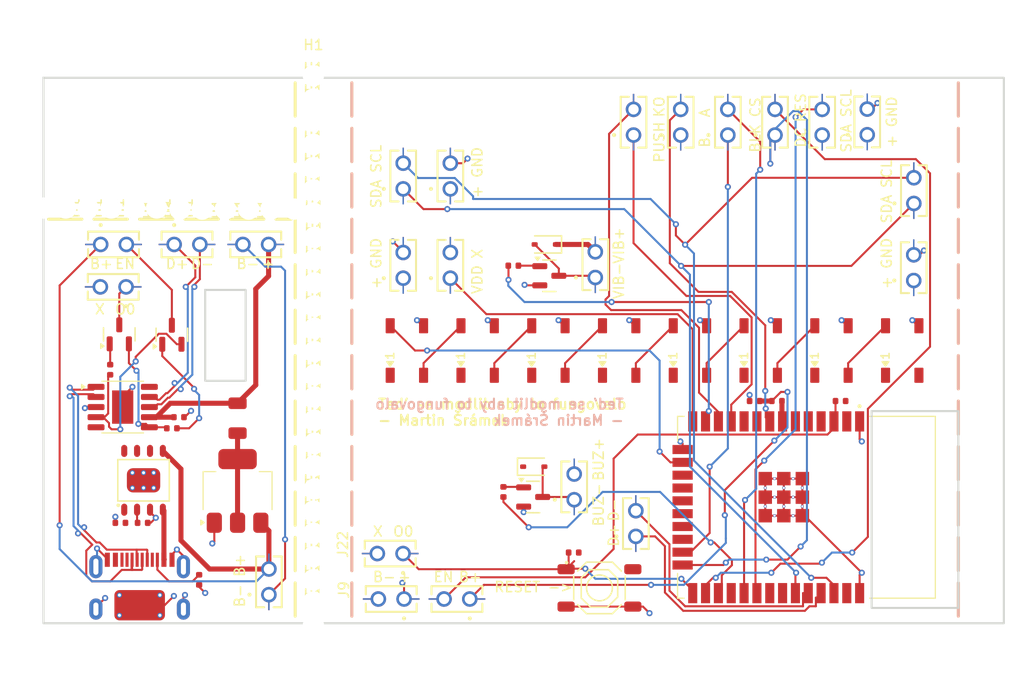
<source format=kicad_pcb>
(kicad_pcb (version 20241229) (generator "pcbnew") (generator_version "9.0")
  (layers (0 "F.Cu" signal) (2 "B.Cu" signal) (13 "F.Paste" user) (15 "B.Paste" user) (5 "F.SilkS" user "F.Silkscreen") (7 "B.SilkS" user "B.Silkscreen") (1 "F.Mask" user) (3 "B.Mask" user) (25 "Edge.Cuts" user))
  (net 0 "")
  (net 1 "+3V3")
  (net 2 "B+")
  (net 3 "Net-(U2-VO)")
  (net 4 "Net-(D1-DOUT)")
  (net 5 "IO13")
  (net 6 "VIB-")
  (net 7 "Net-(D3-DOUT)")
  (net 8 "Net-(D4-DOUT)")
  (net 9 "Net-(D5-DOUT)")
  (net 10 "Net-(D6-DOUT)")
  (net 11 "Net-(D7-DOUT)")
  (net 12 "Net-(D8-DOUT)")
  (net 14 "VBUS")
  (net 15 "Net-(J1-CC2)")
  (net 17 "USB_D+")
  (net 18 "USB_D-")
  (net 19 "Net-(J1-CC1)")
  (net 21 "IO26")
  (net 22 "IO27")
  (net 23 "IO33")
  (net 24 "IO32")
  (net 25 "IO5")
  (net 26 "IO15")
  (net 27 "IO4")
  (net 28 "IO2")
  (net 29 "IO23")
  (net 30 "IO18")
  (net 31 "IO22")
  (net 32 "IO21")
  (net 33 "IO12")
  (net 35 "Net-(Q1-B)")
  (net 36 "IO0")
  (net 37 "Net-(Q2-B)")
  (net 38 "RTS")
  (net 39 "DTR")
  (net 40 "Net-(Q3-B)")
  (net 41 "EN")
  (net 42 "Net-(U1-IO35)")
  (net 43 "Net-(U3-PROG)")
  (net 44 "IO14")
  (net 57 "BUZ-")
  (net 68 "B-")
  (net 69 "GND")
  (net 70 "D+")
  (net 71 "D-")
  (net 80 "Net-(Q4-B)")
  (net 81 "IO16")
  (footprint "MountingHole:MountingHole_2.1mm" (layer "F.Cu") (at 198.8 43.6)
    (property "Reference" "H1")
    (property "Value" "MountingHole")
  )
  (footprint "footprints:SAMTEC_MTLW-101-05-G-D-150" (layer "F.Cu") (at 186.2 33 -90)
    (property "Reference" "J13" (hide yes))
    (property "Value" "MTLW-101-05-G-D-150" (hide yes))
  )
  (footprint "MountingHole:MountingHole_2.1mm" (layer "F.Cu") (at 198.8 41.3)
    (property "Reference" "H1")
    (property "Value" "MountingHole")
  )
  (footprint "footprints:SAMTEC_MTLW-101-05-G-D-150" (layer "F.Cu") (at 258.0875 35.3)
    (property "Reference" "J15" (hide yes))
    (property "Value" "MTLW-101-05-G-D-150" (hide yes))
  )
  (footprint "MountingHole:MountingHole_2.1mm" (layer "F.Cu") (at 198.7 59.4)
    (property "Reference" "H1")
    (property "Value" "MountingHole")
  )
  (footprint "PCM_JLCPCB:D_SOD-323" (layer "F.Cu") (at 221.64 33 180)
    (property "Reference" "D2" (hide yes))
    (property "Value" "1N4148WS")
  )
  (footprint "footprints:SAMTEC_MTLW-101-05-G-D-150" (layer "F.Cu") (at 206.3 63.6 90)
    (property "Reference" "J22")
    (property "Value" "MTLW-101-05-G-D-150")
  )
  (footprint "MountingHole:MountingHole_2.1mm" (layer "F.Cu") (at 198.8 52.7)
    (property "Reference" "H1")
    (property "Value" "MountingHole")
  )
  (footprint "MountingHole:MountingHole_2.1mm" (layer "F.Cu") (at 198.8 50.4)
    (property "Reference" "H1")
    (property "Value" "MountingHole")
  )
  (footprint "martin:MODULE_ESP32-WROOM-32D-N4" (layer "F.Cu") (at 247.475 59.0175 -90)
    (property "Reference" "U1" (hide yes))
    (property "Value" "ESP32-WROOM-32D-N4")
  )
  (footprint "PCM_JLCPCB:ESOP-8_L4.9-W3.9-P1.27-LS6.0-BL-EP" (layer "F.Cu") (at 181.9 56.35)
    (property "Reference" "U3" (hide yes))
    (property "Value" "TP4056")
  )
  (footprint "footprints:SAMTEC_MTLW-101-05-G-D-150" (layer "F.Cu") (at 194.3 66.4)
    (property "Reference" "J21" (hide yes))
    (property "Value" "MTLW-101-05-G-D-150" (hide yes))
  )
  (footprint "PCM_JLCPCB:R_0402" (layer "F.Cu") (at 250.85 48.5 180)
    (property "Reference" "R2" (hide yes))
    (property "Value" "10kΩ" (hide yes))
  )
  (footprint "PCM_JLCPCB:LED_WS2812B_PLCC4_5.0x5.0mm_P3.2mm" (layer "F.Cu") (at 242.95 43.5 90)
    (property "Reference" "D7" (hide yes))
    (property "Value" "WS2812B")
  )
  (footprint "footprints:SAMTEC_MTLW-101-05-G-D-150" (layer "F.Cu") (at 178.93 33 -90)
    (property "Reference" "J8" (hide yes))
    (property "Value" "MTLW-101-05-G-D-150" (hide yes))
  )
  (footprint "PCM_JLCPCB:SW-SMD_4P-L5.1-W5.1-P3.70-LS6.5-TL-2" (layer "F.Cu") (at 227 67)
    (property "Reference" "S1" (hide yes))
    (property "Value" "Tactile Button, 160gf")
  )
  (footprint "Package_SO:SSOP-10-1EP_3.9x4.9mm_P1mm_EP2.1x3.3mm" (layer "F.Cu") (at 179.8375 49.1)
    (property "Reference" "U8" (hide yes))
    (property "Value" "CH340K")
  )
  (footprint "MountingHole:MountingHole_2.1mm" (layer "F.Cu") (at 198.8 54.9)
    (property "Reference" "H1")
    (property "Value" "MountingHole")
  )
  (footprint "MountingHole:MountingHole_2.1mm" (layer "F.Cu") (at 198.8 32.3)
    (property "Reference" "H1")
    (property "Value" "MountingHole")
  )
  (footprint "PCM_JLCPCB:D_SOD-323" (layer "F.Cu") (at 220.5 55)
    (property "Reference" "D10" (hide yes))
    (property "Value" "1N4148WS")
  )
  (footprint "PCM_JLCPCB:R_0402" (layer "F.Cu") (at 244.55 48.5)
    (property "Reference" "R3" (hide yes))
    (property "Value" "100kΩ" (hide yes))
  )
  (footprint "MountingHole:MountingHole_2.1mm" (layer "F.Cu") (at 174.2 29.4 -90)
    (property "Reference" "H1")
    (property "Value" "MountingHole")
  )
  (footprint "footprints:SAMTEC_MTLW-101-05-G-D-150" (layer "F.Cu") (at 244.365 20.9)
    (property "Reference" "J5" (hide yes))
    (property "Value" "MTLW-101-05-G-D-150" (hide yes))
  )
  (footprint "PCM_JLCPCB:R_0402" (layer "F.Cu") (at 179.61 60.56 180)
    (property "Reference" "R4" (hide yes))
    (property "Value" "5.1kΩ" (hide yes))
  )
  (footprint "PCM_JLCPCB:R_0402" (layer "F.Cu") (at 187.4 66.2 -90)
    (property "Reference" "R5" (hide yes))
    (property "Value" "5.1kΩ" (hide yes))
  )
  (footprint "MountingHole:MountingHole_2.1mm" (layer "F.Cu") (at 198.8 34.5)
    (property "Reference" "H1")
    (property "Value" "MountingHole")
  )
  (footprint "PCM_JLCPCB:R_0402" (layer "F.Cu") (at 184.7 51.2)
    (property "Reference" "R13" (hide yes))
    (property "Value" "10kΩ" (hide yes))
  )
  (footprint "footprints:SAMTEC_MTLW-101-05-G-D-150" (layer "F.Cu") (at 212.25 26.23)
    (property "Reference" "J18" (hide yes))
    (property "Value" "MTLW-101-05-G-D-150" (hide yes))
  )
  (footprint "MountingHole:MountingHole_2.1mm" (layer "F.Cu") (at 172 29.4 -90)
    (property "Reference" "H1")
    (property "Value" "MountingHole")
  )
  (footprint "PCM_JLCPCB:Q_SOT-23" (layer "F.Cu") (at 222.04 36.1)
    (property "Reference" "Q1" (hide yes))
    (property "Value" "S8050")
  )
  (footprint "MountingHole:MountingHole_2.1mm" (layer "F.Cu") (at 183.2 29.4 -90)
    (property "Reference" "H1")
    (property "Value" "MountingHole")
  )
  (footprint "MountingHole:MountingHole_2.1mm" (layer "F.Cu") (at 198.7 29.9)
    (property "Reference" "H1")
    (property "Value" "MountingHole")
  )
  (footprint "MountingHole:MountingHole_2.1mm" (layer "F.Cu") (at 196.8 29.5 90)
    (property "Reference" "H1")
    (property "Value" "MountingHole")
  )
  (footprint "MountingHole:MountingHole_2.1mm" (layer "F.Cu") (at 194.5 29.5 90)
    (property "Reference" "H1")
    (property "Value" "MountingHole")
  )
  (footprint "PCM_JLCPCB:LED_WS2812B_PLCC4_5.0x5.0mm_P3.2mm" (layer "F.Cu") (at 228.95 43.5 90)
    (property "Reference" "D5" (hide yes))
    (property "Value" "WS2812B")
  )
  (footprint "PCM_JLCPCB:C_0402" (layer "F.Cu") (at 185.4 50.1 180)
    (property "Reference" "C2" (hide yes))
    (property "Value" "100nF")
  )
  (footprint "footprints:SAMTEC_MTLW-101-05-G-D-150" (layer "F.Cu") (at 224.5 57)
    (property "Reference" "J24" (hide yes))
    (property "Value" "MTLW-101-05-G-D-150")
  )
  (footprint "footprints:SAMTEC_MTLW-101-05-G-D-150" (layer "F.Cu") (at 178.9 37.2 90)
    (property "Reference" "J23" (hide yes))
    (property "Value" "MTLW-101-05-G-D-150" (hide yes))
  )
  (footprint "MountingHole:MountingHole_2.1mm" (layer "F.Cu") (at 198.7 20.8)
    (property "Reference" "H1")
    (property "Value" "MountingHole")
  )
  (footprint "MountingHole:MountingHole_2.1mm" (layer "F.Cu") (at 187.7 29.5 90)
    (property "Reference" "H1")
    (property "Value" "MountingHole")
  )
  (footprint "footprints:SAMTEC_MTLW-101-05-G-D-150" (layer "F.Cu") (at 226.59 35)
    (property "Reference" "J14" (hide yes))
    (property "Value" "MTLW-101-05-G-D-150" (hide yes))
  )
  (footprint "footprints:SAMTEC_MTLW-101-05-G-D-150" (layer "F.Cu") (at 207.585 26.23)
    (property "Reference" "J17" (hide yes))
    (property "Value" "MTLW-101-05-G-D-150" (hide yes))
  )
  (footprint "MountingHole:MountingHole_2.1mm" (layer "F.Cu") (at 198.7 27.6)
    (property "Reference" "H1")
    (property "Value" "MountingHole")
  )
  (footprint "MountingHole:MountingHole_2.1mm" (layer "F.Cu") (at 198.7 63.9)
    (property "Reference" "H1")
    (property "Value" "MountingHole")
  )
  (footprint "footprints:SAMTEC_MTLW-101-05-G-D-150" (layer "F.Cu") (at 249.03 20.9)
    (property "Reference" "J6" (hide yes))
    (property "Value" "MTLW-101-05-G-D-150" (hide yes))
  )
  (footprint "footprints:SAMTEC_MTLW-101-05-G-D-150" (layer "F.Cu") (at 239.7 20.9)
    (property "Reference" "J4" (hide yes))
    (property "Value" "MTLW-101-05-G-D-150" (hide yes))
  )
  (footprint "PCM_JLCPCB:TYPE-C-SMD_HX-TYPE-C-16PIN" (layer "F.Cu") (at 181.516 66.716)
    (property "Reference" "J1" (hide yes))
    (property "Value" "Connector, USB-TYPE-C-16P")
  )
  (footprint "PCM_JLCPCB:LED_WS2812B_PLCC4_5.0x5.0mm_P3.2mm" (layer "F.Cu") (at 235.95 43.5 90)
    (property "Reference" "D6" (hide yes))
    (property "Value" "WS2812B")
  )
  (footprint "" (layer "F.Cu") (at 190 29.5 90)
    (property "Reference" "")
    (property "Value" "")
  )
  (footprint "PCM_JLCPCB:Q_SOT-23" (layer "F.Cu") (at 220.44 58)
    (property "Reference" "Q4" (hide yes))
    (property "Value" "S8050")
  )
  (footprint "MountingHole:MountingHole_2.1mm" (layer "F.Cu") (at 198.7 61.6)
    (property "Reference" "H1")
    (property "Value" "MountingHole")
  )
  (footprint "Package_TO_SOT_SMD:SOT-223-3_TabPin2" (layer "F.Cu") (at 191.2 57.4 90)
    (property "Reference" "U2" (hide yes))
    (property "Value" "AMS1117-3.3")
  )
  (footprint "PCM_JLCPCB:Q_SOT-23" (layer "F.Cu") (at 184.7 41.94 90)
    (property "Reference" "Q3" (hide yes))
    (property "Value" "S8050")
  )
  (footprint "PCM_JLCPCB:LED_WS2812B_PLCC4_5.0x5.0mm_P3.2mm" (layer "F.Cu") (at 249.95 43.5 90)
    (property "Reference" "D8" (hide yes))
    (property "Value" "WS2812B")
  )
  (footprint "MountingHole:MountingHole_2.1mm" (layer "F.Cu") (at 192.3 29.5 90)
    (property "Reference" "H1")
    (property "Value" "MountingHole")
  )
  (footprint "footprints:SAMTEC_MTLW-101-05-G-D-150" (layer "F.Cu") (at 258.1 27.67)
    (property "Reference" "J16" (hide yes))
    (property "Value" "MTLW-101-05-G-D-150" (hide yes))
  )
  (footprint "MountingHole:MountingHole_2.1mm" (layer "F.Cu") (at 176.4 29.4 -90)
    (property "Reference" "H1")
    (property "Value" "MountingHole")
  )
  (footprint "MountingHole:MountingHole_2.1mm" (layer "F.Cu") (at 185.5 29.5 90)
    (property "Reference" "H1")
    (property "Value" "MountingHole")
  )
  (footprint "footprints:SAMTEC_MTLW-101-05-G-D-150" (layer "F.Cu") (at 207.585 35.07)
    (property "Reference" "J19" (hide yes))
    (property "Value" "MTLW-101-05-G-D-150" (hide yes))
  )
  (footprint "MountingHole:MountingHole_2.1mm" (layer "F.Cu") (at 198.8 45.9)
    (property "Reference" "H1")
    (property "Value" "MountingHole")
  )
  (footprint "PCM_JLCPCB:Q_SOT-23" (layer "F.Cu") (at 179.5 41.9 90)
    (property "Reference" "Q2" (hide yes))
    (property "Value" "S8050")
  )
  (footprint "MountingHole:MountingHole_2.1mm" (layer "F.Cu") (at 198.7 70.7)
    (property "Reference" "H1")
    (property "Value" "MountingHole")
  )
  (footprint "PCM_JLCPCB:R_0402" (layer "F.Cu") (at 224.45 63.5)
    (property "Reference" "R1" (hide yes))
    (property "Value" "10kΩ" (hide yes))
  )
  (footprint "footprints:SAMTEC_MTLW-101-05-G-D-150" (layer "F.Cu") (at 193 33 90)
    (property "Reference" "J10" (hide yes))
    (property "Value" "MTLW-101-05-G-D-150")
  )
  (footprint "MountingHole:MountingHole_2.1mm" (layer "F.Cu") (at 198.7 68.4)
    (property "Reference" "H1")
    (property "Value" "MountingHole")
  )
  (footprint "MountingHole:MountingHole_2.1mm" (layer "F.Cu") (at 198.7 25.4)
    (property "Reference" "H1")
    (property "Value" "MountingHole")
  )
  (footprint "PCM_JLCPCB:LED_WS2812B_PLCC4_5.0x5.0mm_P3.2mm" (layer "F.Cu") (at 221.95 43.5 90)
    (property "Reference" "D4" (hide yes))
    (property "Value" "WS2812B")
  )
  (footprint "footprints:SAMTEC_MTLW-101-05-G-D-150" (layer "F.Cu") (at 206.4 68.1 90)
    (property "Reference" "J9")
    (property "Value" "MTLW-101-05-G-D-150" (hide yes))
  )
  (footprint "PCM_JLCPCB:C_1206" (layer "F.Cu") (at 191.2 50.2 90)
    (property "Reference" "C4" (hide yes))
    (property "Value" "10uF")
  )
  (footprint "PCM_JLCPCB:R_0402" (layer "F.Cu") (at 178.6 45.4 90)
    (property "Reference" "R12" (hide yes))
    (property "Value" "10kΩ" (hide yes))
  )
  (footprint "MountingHole:MountingHole_2.1mm" (layer "F.Cu") (at 198.8 48.1)
    (property "Reference" "H1")
    (property "Value" "MountingHole")
  )
  (footprint "PCM_JLCPCB:R_0402" (layer "F.Cu") (at 181.81 60.56)
    (property "Reference" "R6" (hide yes))
    (property "Value" "1.2kΩ" (hide yes))
  )
  (footprint "MountingHole:MountingHole_2.1mm" (layer "F.Cu") (at 198.7 66.2)
    (property "Reference" "H1")
    (property "Value" "MountingHole")
  )
  (footprint "footprints:SAMTEC_MTLW-101-05-G-D-150" (layer "F.Cu") (at 212.25 35.07)
    (property "Reference" "J20" (hide yes))
    (property "Value" "MTLW-101-05-G-D-150" (hide yes))
  )
  (footprint "" (layer "F.Cu") (at 198.7 23.1)
    (property "Reference" "")
    (property "Value" "")
  )
  (footprint "footprints:SAMTEC_MTLW-101-05-G-D-150" (layer "F.Cu") (at 235.035 20.9)
    (property "Reference" "J3" (hide yes))
    (property "Value" "MTLW-101-05-G-D-150" (hide yes))
  )
  (footprint "PCM_JLCPCB:R_0402" (layer "F.Cu") (at 217.5 57.5 90)
    (property "Reference" "R8" (hide yes))
    (property "Value" "1.2kΩ" (hide yes))
  )
  (footprint "footprints:SAMTEC_MTLW-101-05-G-D-150" (layer "F.Cu") (at 212.9 68.1 90)
    (property "Reference" "J11" (hide yes))
    (property "Value" "MTLW-101-05-G-D-150" (hide yes))
  )
  (footprint "PCM_JLCPCB:LED_WS2812B_PLCC4_5.0x5.0mm_P3.2mm" (layer "F.Cu") (at 214.95 43.5 90)
    (property "Reference" "D3" (hide yes))
    (property "Value" "WS2812B")
  )
  (footprint "" (layer "F.Cu") (at 178.7 29.4 -90)
    (property "Reference" "")
    (property "Value" "")
  )
  (footprint "MountingHole:MountingHole_2.1mm" (layer "F.Cu") (at 198.8 57.2)
    (property "Reference" "H1")
    (property "Value" "MountingHole")
  )
  (footprint "" (layer "F.Cu") (at 198.7 66.2)
    (property "Reference" "")
    (property "Value" "")
  )
  (footprint "footprints:SAMTEC_MTLW-101-05-G-D-150" (layer "F.Cu") (at 230.6 60.63)
    (property "Reference" "J12" (hide yes))
    (property "Value" "MTLW-101-05-G-D-150" (hide yes))
  )
  (footprint "PCM_JLCPCB:R_0402" (layer "F.Cu") (at 218.48 35.1)
    (property "Reference" "R7" (hide yes))
    (property "Value" "1.2kΩ" (hide yes))
  )
  (footprint "" (layer "F.Cu") (at 198.8 52.7)
    (property "Reference" "")
    (property "Value" "")
  )
  (footprint "MountingHole:MountingHole_2.1mm" (layer "F.Cu") (at 198.8 36.8)
    (property "Reference" "H1")
    (property "Value" "MountingHole")
  )
  (footprint "MountingHole:MountingHole_2.1mm" (layer "F.Cu") (at 198.7 18.6)
    (property "Reference" "H1")
    (property "Value" "MountingHole")
  )
  (footprint "PCM_JLCPCB:LED_WS2812B_PLCC4_5.0x5.0mm_P3.2mm" (layer "F.Cu") (at 256.95 43.5 90)
    (property "Reference" "D9" (hide yes))
    (property "Value" "WS2812B")
  )
  (footprint "footprints:SAMTEC_MTLW-101-05-G-D-150" (layer "F.Cu") (at 230.37 20.9)
    (property "Reference" "J2" (hide yes))
    (property "Value" "MTLW-101-05-G-D-150" (hide yes))
  )
  (footprint "MountingHole:MountingHole_2.1mm" (layer "F.Cu") (at 198.8 39.1)
    (property "Reference" "H1")
    (property "Value" "MountingHole")
  )
  (footprint "footprints:SAMTEC_MTLW-101-05-G-D-150" (layer "F.Cu") (at 253.4875 20.87)
    (property "Reference" "J7" (hide yes))
    (property "Value" "MTLW-101-05-G-D-150" (hide yes))
  )
  (footprint "MountingHole:MountingHole_2.1mm" (layer "F.Cu") (at 181 29.4 -90)
    (property "Reference" "H1")
    (property "Value" "MountingHole")
  )
  (footprint "PCM_JLCPCB:LED_WS2812B_PLCC4_5.0x5.0mm_P3.2mm" (layer "F.Cu") (at 207.95 43.5 90)
    (property "Reference" "D1" (hide yes))
    (property "Value" "WS2812B")
  )
  (footprint "" (layer "F.Cu") (at 198.8 39.1)
    (property "Reference" "")
    (property "Value" "")
  )
  (footprint "PCM_JLCPCB:C_0402" (layer "F.Cu") (at 242.35 48.5)
    (property "Reference" "C1" (hide yes))
    (property "Value" "100nF")
  )
  (footprint "MountingHole:MountingHole_2.1mm" (layer "F.Cu") (at 198.7 16.3)
    (property "Reference" "H1")
    (property "Value" "MountingHole")
  )
  (gr_line (start 202.5 17) (end 202.5 70.5) (stroke (width 0.3) (type dash)) (layer "F.SilkS"))
  (gr_line (start 262.5 17) (end 262.5 70) (stroke (width 0.3) (type dash)) (layer "F.SilkS"))
  (gr_line (start 196.9 17) (end 196.9 70) (stroke (width 0.3) (type dash)) (layer "F.SilkS"))
  (gr_line (start 172.5 30.5) (end 196.5 30.5) (stroke (width 0.3) (type dash)) (layer "F.SilkS"))
  (gr_line (start 202.5 17) (end 202.5 70.5) (stroke (width 0.3) (type dash)) (layer "B.SilkS"))
  (gr_line (start 262.5 17) (end 262.5 70) (stroke (width 0.3) (type dash)) (layer "B.SilkS"))
  (gr_rect (start 188 37.5) (end 192 46.5) (stroke (width 0.2)) (fill no) (layer "Edge.Cuts"))
  (gr_rect (start 172 16.5) (end 267 70.5) (stroke (width 0.2)) (fill no) (layer "Edge.Cuts"))
  (gr_rect (start 253.925 49.5) (end 262.5 68.9825) (stroke (width 0.2)) (fill no) (layer "Edge.Cuts"))
  (gr_text "B+" (at 192 66 90) (layer "F.SilkS") (effects (font (size 1 1)) (justify left bottom)))
  (gr_text "RES" (at 247.5 21 90) (layer "F.SilkS") (effects (font (size 1 1)) (justify left bottom)))
  (gr_text "+" (at 205.5 37.5 90) (layer "F.SilkS") (effects (font (size 1 1)) (justify left bottom)))
  (gr_text "B-" (at 192 69 90) (layer "F.SilkS") (effects (font (size 1 1)) (justify left bottom)))
  (gr_text "GND" (at 256 35.5 90) (layer "F.SilkS") (effects (font (size 1 1)) (justify left bottom)))
  (gr_text "GND" (at 215.5 26.5 90) (layer "F.SilkS") (effects (font (size 1 1)) (justify left bottom)))
  (gr_text "+" (at 193.5 35.5 0) (layer "F.SilkS") (effects (font (size 1 1)) (justify left bottom)))
  (gr_text "VIB-" (at 229.5 38.5 90) (layer "F.SilkS") (effects (font (size 1 1)) (justify left bottom)))
  (gr_text "SCL" (at 252 20.5 90) (layer "F.SilkS") (effects (font (size 1 1)) (justify left bottom)))
  (gr_text "SDA" (at 205.5 29.5 90) (layer "F.SilkS") (effects (font (size 1 1)) (justify left bottom)))
  (gr_text "B-" (at 191 35.5 0) (layer "F.SilkS") (effects (font (size 1 1)) (justify left bottom)))
  (gr_text "D-" (at 229 60.5 90) (layer "F.SilkS") (effects (font (size 1 1)) (justify left bottom)))
  (gr_text "SDA" (at 256 31 90) (layer "F.SilkS") (effects (font (size 1 1)) (justify left bottom)))
  (gr_text "+" (at 207 66.5 0) (layer "F.SilkS") (effects (font (size 1 1)) (justify left bottom)))
  (gr_text "X" (at 215.5 34.5 90) (layer "F.SilkS") (effects (font (size 1 1)) (justify left bottom)))
  (gr_text "VDD\n" (at 215.5 38 90) (layer "F.SilkS") (effects (font (size 1 1)) (justify left bottom)))
  (gr_text "BLK" (at 243 24 90) (layer "F.SilkS") (effects (font (size 1 1)) (justify left bottom)))
  (gr_text "RESET ->" (at 216.5 67.5 0) (layer "F.SilkS") (effects (font (size 1 1)) (justify left bottom)))
  (gr_text "B" (at 238 23.5 90) (layer "F.SilkS") (effects (font (size 1 1)) (justify left bottom)))
  (gr_text "DC" (at 247.5 23.5 90) (layer "F.SilkS") (effects (font (size 1 1)) (justify left bottom)))
  (gr_text "Teď se modlit aby to fungovalo\n- Martin Šrámek" (at 205 51 0) (layer "F.SilkS") (effects (font (size 1 1) (thickness 0.2) (bold yes)) (justify left bottom)))
  (gr_text "EN" (at 210.5 66.5 0) (layer "F.SilkS") (effects (font (size 1 1)) (justify left bottom)))
  (gr_text "SCL" (at 205.5 26 90) (layer "F.SilkS") (effects (font (size 1 1)) (justify left bottom)))
  (gr_text "+" (at 256.5 23.5 90) (layer "F.SilkS") (effects (font (size 1 1)) (justify left bottom)))
  (gr_text "B+" (at 176.5 35.5 0) (layer "F.SilkS") (effects (font (size 1 1)) (justify left bottom)))
  (gr_text "D-" (at 186.5 35.5 0) (layer "F.SilkS") (effects (font (size 1 1)) (justify left bottom)))
  (gr_text "A" (at 238 20.5 90) (layer "F.SilkS") (effects (font (size 1 1)) (justify left bottom)))
  (gr_text "KO" (at 233.5 20.5 90) (layer "F.SilkS") (effects (font (size 1 1)) (justify left bottom)))
  (gr_text "X" (at 177 40 0) (layer "F.SilkS") (effects (font (size 1 1)) (justify left bottom)))
  (gr_text "B+" (at 213 66.5 0) (layer "F.SilkS") (effects (font (size 1 1)) (justify left bottom)))
  (gr_text "GND" (at 205.5 35.5 90) (layer "F.SilkS") (effects (font (size 1 1)) (justify left bottom)))
  (gr_text "+" (at 256 37.5 90) (layer "F.SilkS") (effects (font (size 1 1)) (justify left bottom)))
  (gr_text "SCL" (at 256 27.5 90) (layer "F.SilkS") (effects (font (size 1 1)) (justify left bottom)))
  (gr_text "SDA" (at 252 24 90) (layer "F.SilkS") (effects (font (size 1 1)) (justify left bottom)))
  (gr_text "EN" (at 179 35.5 0) (layer "F.SilkS") (effects (font (size 1 1)) (justify left bottom)))
  (gr_text "PUSH" (at 233.5 25 90) (layer "F.SilkS") (effects (font (size 1 1)) (justify left bottom)))
  (gr_text "GND" (at 256.5 21.5 90) (layer "F.SilkS") (effects (font (size 1 1)) (justify left bottom)))
  (gr_text "O0" (at 179 40 0) (layer "F.SilkS") (effects (font (size 1 1)) (justify left bottom)))
  (gr_text "B-" (at 204.5 66.5 0) (layer "F.SilkS") (effects (font (size 1 1)) (justify left bottom)))
  (gr_text "X" (at 204.5 62 0) (layer "F.SilkS") (effects (font (size 1 1)) (justify left bottom)))
  (gr_text "D+" (at 229 63 90) (layer "F.SilkS") (effects (font (size 1 1)) (justify left bottom)))
  (gr_text "O0" (at 206.5 62 0) (layer "F.SilkS") (effects (font (size 1 1)) (justify left bottom)))
  (gr_text "BUZ+" (at 227.5 56.5 90) (layer "F.SilkS") (effects (font (size 1 1)) (justify left bottom)))
  (gr_text "BUZ-" (at 227.5 61 90) (layer "F.SilkS") (effects (font (size 1 1)) (justify left bottom)))
  (gr_text "VIB+" (at 229.5 35 90) (layer "F.SilkS") (effects (font (size 1 1)) (justify left bottom)))
  (gr_text "D+" (at 184 35.5 0) (layer "F.SilkS") (effects (font (size 1 1)) (justify left bottom)))
  (gr_text "CS" (at 243 20.5 90) (layer "F.SilkS") (effects (font (size 1 1)) (justify left bottom)))
  (gr_text "+" (at 215.5 28.5 90) (layer "F.SilkS") (effects (font (size 1 1)) (justify left bottom)))
  (gr_text "Teď se modlit aby to fungovalo\n- Martin Šrámek" (at 229.5 51 0) (layer "B.SilkS") (effects (font (size 1 1) (thickness 0.2) (bold yes)) (justify left bottom mirror)))
  (segment (start 207.67 68.1) (end 207.67 66.67) (width 0.2) (layer "F.Cu") (net 1))
  (segment (start 193 37.4) (end 193 46.92) (width 0.5) (layer "F.Cu") (net 1))
  (segment (start 194.27 33) (end 194.27 36.13) (width 0.5) (layer "F.Cu") (net 1))
  (segment (start 184.5466 48.72) (end 191.2 48.72) (width 0.5) (layer "F.Cu") (net 1))
  (segment (start 184.9 50.1) (end 182.475 50.1) (width 0.5) (layer "F.Cu") (net 1))
  (segment (start 183.1666 50.1) (end 184.5466 48.72) (width 0.5) (layer "F.Cu") (net 1))
  (segment (start 225.86 33) (end 226.59 33.73) (width 0.5) (layer "F.Cu") (net 1))
  (segment (start 194.27 36.13) (end 193 37.4) (width 0.5) (layer "F.Cu") (net 1))
  (segment (start 207.67 66.67) (end 207.5 66.5) (width 0.2) (layer "F.Cu") (net 1))
  (segment (start 222.69 33) (end 225.86 33) (width 0.5) (layer "F.Cu") (net 1))
  (segment (start 182.475 50.1) (end 183.1666 50.1) (width 0.5) (layer "F.Cu") (net 1))
  (segment (start 193 46.92) (end 191.2 48.72) (width 0.5) (layer "F.Cu") (net 1))
  (via (at 207.5 66.5) (size 0.6) (drill 0.3) (layers "F.Cu" "B.Cu") (net 1))
  (segment (start 244.05 48.5) (end 242.85 48.5) (width 0.5) (layer "F.Cu") (net 2))
  (segment (start 239.4 59.8) (end 239.4 57.3185) (width 0.2) (layer "F.Cu") (net 2))
  (segment (start 215.57 66.7) (end 232.1 66.7) (width 0.2) (layer "F.Cu") (net 2))
  (segment (start 194.3 65.13) (end 194.3 61.35) (width 0.5) (layer "F.Cu") (net 2))
  (segment (start 185.6 62.3) (end 185.6 55.23) (width 0.5) (layer "F.Cu") (net 2))
  (segment (start 194.3 65.13) (end 188.43 65.13) (width 0.5) (layer "F.Cu") (net 2))
  (segment (start 177.66 33) (end 173.6 37.06) (width 0.2) (layer "F.Cu") (net 2))
  (segment (start 239.4 57.3185) (end 244.3 52.4185) (width 0.2) (layer "F.Cu") (net 2))
  (segment (start 173.6 37.06) (end 173.6 60.8) (width 0.2) (layer "F.Cu") (net 2))
  (segment (start 188.43 65.13) (end 185.6 62.3) (width 0.5) (layer "F.Cu") (net 2))
  (segment (start 185.6 55.23) (end 183.81 53.44) (width 0.5) (layer "F.Cu") (net 2))
  (segment (start 244.95 47.6) (end 244.05 48.5) (width 0.2) (layer "F.Cu") (net 2))
  (segment (start 245.6 47.6) (end 244.95 47.6) (width 0.2) (layer "F.Cu") (net 2))
  (segment (start 194.3 61.35) (end 193.5 60.55) (width 0.5) (layer "F.Cu") (net 2))
  (segment (start 214.17 68.1) (end 215.57 66.7) (width 0.2) (layer "F.Cu") (net 2))
  (via (at 173.6 60.8) (size 0.6) (drill 0.3) (layers "F.Cu" "B.Cu") (net 2))
  (via (at 245.6 47.6) (size 0.6) (drill 0.3) (layers "F.Cu" "B.Cu") (net 2))
  (via (at 232.1 66.7) (size 0.6) (drill 0.3) (layers "F.Cu" "B.Cu") (net 2))
  (via (at 239.4 59.8) (size 0.6) (drill 0.3) (layers "F.Cu" "B.Cu") (net 2))
  (via (at 244.3 52.4185) (size 0.6) (drill 0.3) (layers "F.Cu" "B.Cu") (net 2))
  (segment (start 235.349943 66.7) (end 239.5 62.549943) (width 0.2) (layer "B.Cu") (net 2))
  (segment (start 244.3 52.4185) (end 245.6 51.1185) (width 0.2) (layer "B.Cu") (net 2))
  (segment (start 173.6 63.154917) (end 176.791083 66.346) (width 0.2) (layer "B.Cu") (net 2))
  (segment (start 239.5 62.1) (end 239.5 59.9) (width 0.2) (layer "B.Cu") (net 2))
  (segment (start 239.5 62.549943) (end 239.5 62.1) (width 0.2) (layer "B.Cu") (net 2))
  (segment (start 176.791083 66.346) (end 193.084 66.346) (width 0.2) (layer "B.Cu") (net 2))
  (segment (start 245.6 51.1185) (end 245.6 47.6) (width 0.2) (layer "B.Cu") (net 2))
  (segment (start 232.1 66.7) (end 235.349943 66.7) (width 0.2) (layer "B.Cu") (net 2))
  (segment (start 173.6 60.8) (end 173.6 63.154917) (width 0.2) (layer "B.Cu") (net 2))
  (segment (start 239.5 59.9) (end 239.4 59.8) (width 0.2) (layer "B.Cu") (net 2))
  (segment (start 193.084 66.346) (end 194.3 65.13) (width 0.2) (layer "B.Cu") (net 2))
  (segment (start 191.2 60.55) (end 191.2 54.25) (width 0.5) (layer "F.Cu") (net 3))
  (segment (start 191.2 51.68) (end 191.2 54.25) (width 0.5) (layer "F.Cu") (net 3))
  (segment (start 209.6 45.95) (end 209.6 44.75) (width 0.2) (layer "F.Cu") (net 4))
  (segment (start 209.6 44.75) (end 213.3 41.05) (width 0.2) (layer "F.Cu") (net 4))
  (segment (start 206.3 41.05) (end 208.75 43.5) (width 0.2) (layer "F.Cu") (net 5))
  (segment (start 234.0225 54.5725) (end 235.225 54.5725) (width 0.2) (layer "F.Cu") (net 5))
  (segment (start 232.95 53.5) (end 234.0225 54.5725) (width 0.2) (layer "F.Cu") (net 5))
  (segment (start 208.75 43.5) (end 209.95 43.5) (width 0.2) (layer "F.Cu") (net 5))
  (via (at 232.95 53.5) (size 0.6) (drill 0.3) (layers "F.Cu" "B.Cu") (net 5))
  (via (at 209.95 43.5) (size 0.6) (drill 0.3) (layers "F.Cu" "B.Cu") (net 5))
  (segment (start 209.95 43.5) (end 231.95 43.5) (width 0.2) (layer "B.Cu") (net 5))
  (segment (start 232.95 44.5) (end 232.95 53.5) (width 0.2) (layer "B.Cu") (net 5))
  (segment (start 231.95 43.5) (end 232.95 44.5) (width 0.2) (layer "B.Cu") (net 5))
  (segment (start 220.59 33) (end 222.98 35.39) (width 0.2) (layer "F.Cu") (net 6))
  (segment (start 222.98 35.39) (end 222.98 36.1) (width 0.2) (layer "F.Cu") (net 6))
  (segment (start 222.98 36.1) (end 226.42 36.1) (width 0.2) (layer "F.Cu") (net 6))
  (segment (start 226.42 36.1) (end 226.59 36.27) (width 0.2) (layer "F.Cu") (net 6))
  (segment (start 216.6 44.75) (end 220.3 41.05) (width 0.2) (layer "F.Cu") (net 7))
  (segment (start 216.6 45.95) (end 216.6 44.75) (width 0.2) (layer "F.Cu") (net 7))
  (segment (start 223.6 44.75) (end 227.3 41.05) (width 0.2) (layer "F.Cu") (net 8))
  (segment (start 223.6 45.95) (end 223.6 44.75) (width 0.2) (layer "F.Cu") (net 8))
  (segment (start 230.6 44.75) (end 234.3 41.05) (width 0.2) (layer "F.Cu") (net 9))
  (segment (start 230.6 45.95) (end 230.6 44.75) (width 0.2) (layer "F.Cu") (net 9))
  (segment (start 237.6 44.75) (end 241.3 41.05) (width 0.2) (layer "F.Cu") (net 10))
  (segment (start 237.6 45.95) (end 237.6 44.75) (width 0.2) (layer "F.Cu") (net 10))
  (segment (start 244.6 44.75) (end 248.3 41.05) (width 0.2) (layer "F.Cu") (net 11))
  (segment (start 244.6 45.95) (end 244.6 44.75) (width 0.2) (layer "F.Cu") (net 11))
  (segment (start 251.6 44.75) (end 255.3 41.05) (width 0.2) (layer "F.Cu") (net 12))
  (segment (start 251.6 45.95) (end 251.6 44.75) (width 0.2) (layer "F.Cu") (net 12))
  (segment (start 183.81 59.26) (end 183.916 59.366) (width 0.5) (layer "F.Cu") (net 14))
  (segment (start 183.916 59.366) (end 183.916 64.216) (width 0.5) (layer "F.Cu") (net 14))
  (segment (start 183.916 64.216) (end 183.951 64.181) (width 0.5) (layer "F.Cu") (net 14))
  (segment (start 186.753 66.347) (end 187.4 65.7) (width 0.2) (layer "F.Cu") (net 15))
  (segment (start 183.266 64.216) (end 183.266 65.196653) (width 0.2) (layer "F.Cu") (net 15))
  (segment (start 184.416347 66.347) (end 186.753 66.347) (width 0.2) (layer "F.Cu") (net 15))
  (segment (start 183.266 65.196653) (end 184.416347 66.347) (width 0.2) (layer "F.Cu") (net 15))
  (segment (start 182.266 64.216) (end 182.266 63.264) (width 0.2) (layer "F.Cu") (net 17))
  (segment (start 176.021926 61.284821) (end 176.021926 61.001978) (width 0.2) (layer "F.Cu") (net 17))
  (segment (start 176.925001 47.374999) (end 174.799999 47.374999) (width 0.2) (layer "F.Cu") (net 17))
  (segment (start 174.799999 47.374999) (end 174.6 47.175) (width 0.2) (layer "F.Cu") (net 17))
  (segment (start 178.264943 63.215) (end 177.548943 62.499) (width 0.2) (layer "F.Cu") (net 17))
  (segment (start 181.217 63.215) (end 178.264943 63.215) (width 0.2) (layer "F.Cu") (net 17))
  (segment (start 181.217 64.167) (end 181.217 63.215) (width 0.2) (layer "F.Cu") (net 17))
  (segment (start 177.548943 62.499) (end 177.236105 62.499) (width 0.2) (layer "F.Cu") (net 17))
  (segment (start 177.236105 62.499) (end 176.021926 61.284821) (width 0.2) (layer "F.Cu") (net 17))
  (segment (start 182.266 63.264) (end 182.217 63.215) (width 0.2) (layer "F.Cu") (net 17))
  (segment (start 182.217 63.215) (end 181.217 63.215) (width 0.2) (layer "F.Cu") (net 17))
  (segment (start 181.266 64.216) (end 181.217 64.167) (width 0.2) (layer "F.Cu") (net 17))
  (segment (start 177.2 47.1) (end 176.925001 47.374999) (width 0.2) (layer "F.Cu") (net 17))
  (via (at 176.021926 61.001978) (size 0.6) (drill 0.3) (layers "F.Cu" "B.Cu") (net 17))
  (via (at 174.6 47.175) (size 0.6) (drill 0.3) (layers "F.Cu" "B.Cu") (net 17))
  (segment (start 175.425 48) (end 175.425 60.687895) (width 0.2) (layer "B.Cu") (net 17))
  (segment (start 174.6 47.175) (end 175.425 48) (width 0.2) (layer "B.Cu") (net 17))
  (segment (start 175.425 60.687895) (end 175.739083 61.001978) (width 0.2) (layer "B.Cu") (net 17))
  (segment (start 175.739083 61.001978) (end 176.021926 61.001978) (width 0.2) (layer "B.Cu") (net 17))
  (segment (start 180.717 65.217) (end 179.745653 65.217) (width 0.2) (layer "F.Cu") (net 18))
  (segment (start 181.766 65.168) (end 181.717 65.217) (width 0.2) (layer "F.Cu") (net 18))
  (segment (start 176.825382 62.724675) (end 175.703727 61.60302) (width 0.2) (layer "F.Cu") (net 18))
  (segment (start 176.235 63.315057) (end 176.825382 62.724675) (width 0.2) (layer "F.Cu") (net 18))
  (segment (start 181.717 65.217) (end 180.815 65.217) (width 0.2) (layer "F.Cu") (net 18))
  (segment (start 180.766 65.168) (end 180.766 64.216) (width 0.2) (layer "F.Cu") (net 18))
  (segment (start 179.745653 65.217) (end 178.615653 66.347) (width 0.2) (layer "F.Cu") (net 18))
  (segment (start 175.703727 61.60302) (end 175.420884 61.60302) (width 0.2) (layer "F.Cu") (net 18))
  (segment (start 174.799999 47.825001) (end 174.6 48.025) (width 0.2) (layer "F.Cu") (net 18))
  (segment (start 176.925001 47.825001) (end 174.799999 47.825001) (width 0.2) (layer "F.Cu") (net 18))
  (segment (start 176.235 65.789917) (end 176.235 63.315057) (width 0.2) (layer "F.Cu") (net 18))
  (segment (start 180.717 64.216) (end 180.717 65.217) (width 0.2) (layer "F.Cu") (net 18))
  (segment (start 181.766 64.216) (end 181.766 65.168) (width 0.2) (layer "F.Cu") (net 18))
  (segment (start 178.615653 66.347) (end 176.792083 66.347) (width 0.2) (layer "F.Cu") (net 18))
  (segment (start 180.766 64.216) (end 180.717 64.216) (width 0.2) (layer "F.Cu") (net 18))
  (segment (start 176.792083 66.347) (end 176.235 65.789917) (width 0.2) (layer "F.Cu") (net 18))
  (segment (start 177.2 48.1) (end 176.925001 47.825001) (width 0.2) (layer "F.Cu") (net 18))
  (segment (start 180.815 65.217) (end 180.766 65.168) (width 0.2) (layer "F.Cu") (net 18))
  (via (at 174.6 48.025) (size 0.6) (drill 0.3) (layers "F.Cu" "B.Cu") (net 18))
  (via (at 175.420884 61.60302) (size 0.6) (drill 0.3) (layers "F.Cu" "B.Cu") (net 18))
  (segment (start 175.420884 61.60302) (end 175.420884 61.320177) (width 0.2) (layer "B.Cu") (net 18))
  (segment (start 174.975 60.874293) (end 174.975 60.713789) (width 0.2) (layer "B.Cu") (net 18))
  (segment (start 174.975 48.186397) (end 174.813603 48.025) (width 0.2) (layer "B.Cu") (net 18))
  (segment (start 174.975 60.347434) (end 174.975 48.186397) (width 0.2) (layer "B.Cu") (net 18))
  (segment (start 174.975 60.713789) (end 174.975 60.347434) (width 0.2) (layer "B.Cu") (net 18))
  (segment (start 174.813603 48.025) (end 174.6 48.025) (width 0.2) (layer "B.Cu") (net 18))
  (segment (start 175.420884 61.320177) (end 174.975 60.874293) (width 0.2) (layer "B.Cu") (net 18))
  (segment (start 235.599 38.099) (end 239.924452 38.099) (width 0.2) (layer "F.Cu") (net 21))
  (segment (start 230.37 22.17) (end 230.37 32.87) (width 0.2) (layer "F.Cu") (net 21))
  (segment (start 239.924452 38.099) (end 242.051 40.225548) (width 0.2) (layer "F.Cu") (net 21))
  (segment (start 242.051 46.849057) (end 240.035 48.865057) (width 0.2) (layer "F.Cu") (net 21))
  (segment (start 230.37 32.87) (end 235.599 38.099) (width 0.2) (layer "F.Cu") (net 21))
  (segment (start 242.051 40.225548) (end 242.051 46.849057) (width 0.2) (layer "F.Cu") (net 21))
  (segment (start 240.035 48.865057) (end 240.035 50.5175) (width 0.2) (layer "F.Cu") (net 21))
  (segment (start 227.599 38.948943) (end 228.149057 39.499) (width 0.2) (layer "F.Cu") (net 22))
  (segment (start 238.765 49.59304) (end 238.765 50.5175) (width 0.2) (layer "F.Cu") (net 22))
  (segment (start 230.37 19.63) (end 227.951057 22.048943) (width 0.2) (layer "F.Cu") (net 22))
  (segment (start 235.099057 39.499) (end 236.849 41.248943) (width 0.2) (layer "F.Cu") (net 22))
  (segment (start 236.849 41.248943) (end 236.849 47.67704) (width 0.2) (layer "F.Cu") (net 22))
  (segment (start 227.599 38.451057) (end 227.599 38.948943) (width 0.2) (layer "F.Cu") (net 22))
  (segment (start 227.951057 22.048943) (end 227.951057 38.099) (width 0.2) (layer "F.Cu") (net 22))
  (segment (start 228.149057 39.499) (end 235.099057 39.499) (width 0.2) (layer "F.Cu") (net 22))
  (segment (start 236.849 47.67704) (end 238.765 49.59304) (width 0.2) (layer "F.Cu") (net 22))
  (segment (start 227.951057 38.099) (end 227.599 38.451057) (width 0.2) (layer "F.Cu") (net 22))
  (segment (start 243.447425 49.25) (end 243.447425 50.119925) (width 0.2) (layer "F.Cu") (net 24))
  (segment (start 236.798057 37.698) (end 240.090552 37.698) (width 0.2) (layer "F.Cu") (net 24))
  (segment (start 233.959003 20.705997) (end 233.959003 34.858946) (width 0.2) (layer "F.Cu") (net 24))
  (segment (start 235.035 19.63) (end 233.959003 20.705997) (width 0.2) (layer "F.Cu") (net 24))
  (segment (start 240.090552 37.698) (end 243.4 41.007448) (width 0.2) (layer "F.Cu") (net 24))
  (segment (start 243.4 41.007448) (end 243.4 47.5) (width 0.2) (layer "F.Cu") (net 24))
  (segment (start 233.959003 34.858946) (end 236.798057 37.698) (width 0.2) (layer "F.Cu") (net 24))
  (segment (start 243.447425 50.119925) (end 243.845 50.5175) (width 0.2) (layer "F.Cu") (net 24))
  (via (at 243.4 47.5) (size 0.6) (drill 0.3) (layers "F.Cu" "B.Cu") (net 24))
  (via (at 243.447425 49.25) (size 0.6) (drill 0.3) (layers "F.Cu" "B.Cu") (net 24))
  (segment (start 243.4 49.202575) (end 243.447425 49.25) (width 0.2) (layer "B.Cu") (net 24))
  (segment (start 243.4 47.5) (end 243.4 49.202575) (width 0.2) (layer "B.Cu") (net 24))
  (segment (start 242.9 22.83) (end 242.9 25.6) (width 0.2) (layer "F.Cu") (net 25))
  (segment (start 241.305 58.395) (end 241.305 67.5175) (width 0.2) (layer "F.Cu") (net 25))
  (segment (start 239.7 19.63) (end 242.9 22.83) (width 0.2) (layer "F.Cu") (net 25))
  (segment (start 241.4 58.3) (end 241.305 58.395) (width 0.2) (layer "F.Cu") (net 25))
  (via (at 241.4 58.3) (size 0.6) (drill 0.3) (layers "F.Cu" "B.Cu") (net 25))
  (via (at 242.9 25.6) (size 0.6) (drill 0.3) (layers "F.Cu" "B.Cu") (net 25))
  (segment (start 242.9 25.6) (end 242.5 26) (width 0.2) (layer "B.Cu") (net 25))
  (segment (start 242.5 26) (end 242.5 57.2) (width 0.2) (layer "B.Cu") (net 25))
  (segment (start 242.5 57.2) (end 241.4 58.3) (width 0.2) (layer "B.Cu") (net 25))
  (segment (start 237.9 61.5695) (end 236.007 63.4625) (width 0.2) (layer "F.Cu") (net 26))
  (segment (start 237.9 55) (end 237.9 61.5695) (width 0.2) (layer "F.Cu") (net 26))
  (segment (start 239.7 22.17) (end 239.7 27.3) (width 0.2) (layer "F.Cu") (net 26))
  (segment (start 236.007 63.4625) (end 235.225 63.4625) (width 0.2) (layer "F.Cu") (net 26))
  (via (at 237.9 55) (size 0.6) (drill 0.3) (layers "F.Cu" "B.Cu") (net 26))
  (via (at 239.7 27.3) (size 0.6) (drill 0.3) (layers "F.Cu" "B.Cu") (net 26))
  (segment (start 239.7 53.2) (end 237.9 55) (width 0.2) (layer "B.Cu") (net 26))
  (segment (start 239.7 27.3) (end 239.7 53.2) (width 0.2) (layer "B.Cu") (net 26))
  (segment (start 237.495 66.7355) (end 237.495 67.5175) (width 0.2) (layer "F.Cu") (net 27))
  (segment (start 238.5 66) (end 238.2305 66) (width 0.2) (layer "F.Cu") (net 27))
  (segment (start 244.899 64.601) (end 244 65.5) (width 0.2) (layer "F.Cu") (net 27))
  (segment (start 249 64.5) (end 248.899 64.601) (width 0.2) (layer "F.Cu") (net 27))
  (segment (start 238.2305 66) (end 237.495 66.7355) (width 0.2) (layer "F.Cu") (net 27))
  (segment (start 253.551 49.274452) (end 253.551 61.949) (width 0.2) (layer "F.Cu") (net 27))
  (segment (start 253.551 61.949) (end 252 63.5) (width 0.2) (layer "F.Cu") (net 27))
  (segment (start 248.899 64.601) (end 244.899 64.601) (width 0.2) (layer "F.Cu") (net 27))
  (segment (start 259.701 25.959652) (end 258.295348 24.554) (width 0.2) (layer "F.Cu") (net 27))
  (segment (start 259.701 43.124452) (end 259.701 25.959652) (width 0.2) (layer "F.Cu") (net 27))
  (segment (start 258.295348 24.554) (end 249.289 24.554) (width 0.2) (layer "F.Cu") (net 27))
  (segment (start 253.551 49.274452) (end 259.701 43.124452) (width 0.2) (layer "F.Cu") (net 27))
  (segment (start 249.289 24.554) (end 244.365 19.63) (width 0.2) (layer "F.Cu") (net 27))
  (via (at 244 65.5) (size 0.6) (drill 0.3) (layers "F.Cu" "B.Cu") (net 27))
  (via (at 238.5 66) (size 0.6) (drill 0.3) (layers "F.Cu" "B.Cu") (net 27))
  (via (at 249 64.5) (size 0.6) (drill 0.3) (layers "F.Cu" "B.Cu") (net 27))
  (via (at 252 63.5) (size 0.6) (drill 0.3) (layers "F.Cu" "B.Cu") (net 27))
  (segment (start 244 65.5) (end 239 65.5) (width 0.2) (layer "B.Cu") (net 27))
  (segment (start 239 65.5) (end 238.5 66) (width 0.2) (layer "B.Cu") (net 27))
  (segment (start 252 63.5) (end 250 63.5) (width 0.2) (layer "B.Cu") (net 27))
  (segment (start 250 63.5) (end 249 64.5) (width 0.2) (layer "B.Cu") (net 27))
  (segment (start 239.2675 64.7325) (end 235.225 64.7325) (width 0.2) (layer "F.Cu") (net 28))
  (segment (start 245.6 64.2) (end 243.5 64.2) (width 0.2) (layer "F.Cu") (net 28))
  (segment (start 243.9 22.635) (end 243.9 25) (width 0.2) (layer "F.Cu") (net 28))
  (segment (start 239.5 64.5) (end 239.2675 64.7325) (width 0.2) (layer "F.Cu") (net 28))
  (segment (start 246.9 62.9) (end 245.6 64.2) (width 0.2) (layer "F.Cu") (net 28))
  (segment (start 244.365 22.17) (end 243.9 22.635) (width 0.2) (layer "F.Cu") (net 28))
  (via (at 243.5 64.2) (size 0.6) (drill 0.3) (layers "F.Cu" "B.Cu") (net 28))
  (via (at 246.9 62.9) (size 0.6) (drill 0.3) (layers "F.Cu" "B.Cu") (net 28))
  (via (at 243.9 25) (size 0.6) (drill 0.3) (layers "F.Cu" "B.Cu") (net 28))
  (via (at 239.5 64.5) (size 0.6) (drill 0.3) (layers "F.Cu" "B.Cu") (net 28))
  (segment (start 247.521 62.279) (end 246.9 62.9) (width 0.2) (layer "B.Cu") (net 28))
  (segment (start 247.521 20.671057) (end 247.521 62.279) (width 0.2) (layer "B.Cu") (net 28))
  (segment (start 239.8 64.2) (end 239.5 64.5) (width 0.2) (layer "B.Cu") (net 28))
  (segment (start 246.648943 19.799) (end 247.521 20.671057) (width 0.2) (layer "B.Cu") (net 28))
  (segment (start 243.9 25) (end 243.9 22.050057) (width 0.2) (layer "B.Cu") (net 28))
  (segment (start 243.5 64.2) (end 239.8 64.2) (width 0.2) (layer "B.Cu") (net 28))
  (segment (start 243.9 22.050057) (end 246.151057 19.799) (width 0.2) (layer "B.Cu") (net 28))
  (segment (start 246.151057 19.799) (end 246.648943 19.799) (width 0.2) (layer "B.Cu") (net 28))
  (segment (start 242.434 55.266) (end 242.434 67.3765) (width 0.2) (layer "F.Cu") (net 30))
  (segment (start 242.434 67.3765) (end 242.575 67.5175) (width 0.2) (layer "F.Cu") (net 30))
  (segment (start 249.03 19.63) (end 247.17 19.63) (width 0.2) (layer "F.Cu") (net 30))
  (segment (start 243.3 54.4) (end 242.434 55.266) (width 0.2) (layer "F.Cu") (net 30))
  (segment (start 247.17 19.63) (end 246.4 20.4) (width 0.2) (layer "F.Cu") (net 30))
  (via (at 246.4 20.4) (size 0.6) (drill 0.3) (layers "F.Cu" "B.Cu") (net 30))
  (via (at 243.3 54.4) (size 0.6) (drill 0.3) (layers "F.Cu" "B.Cu") (net 30))
  (segment (start 246.4 51.3) (end 243.3 54.4) (width 0.2) (layer "B.Cu") (net 30))
  (segment (start 246.4 20.4) (end 246.4 51.3) (width 0.2) (layer "B.Cu") (net 30))
  (segment (start 207.585 24.96) (end 207.585 24.865) (width 0.2) (layer "F.Cu") (net 31))
  (segment (start 258.1 26.4) (end 242.1 26.4) (width 0.2) (layer "F.Cu") (net 31))
  (segment (start 235.475 33.025) (end 234.559003 32.109003) (width 0.2) (layer "F.Cu") (net 31))
  (segment (start 234.559003 32.109003) (end 234.559003 31) (width 0.2) (layer "F.Cu") (net 31))
  (segment (start 242.1 26.4) (end 235.475 33.025) (width 0.2) (layer "F.Cu") (net 31))
  (segment (start 247.95 66) (end 249.4595 66) (width 0.2) (layer "F.Cu") (net 31))
  (segment (start 250.195 66.7355) (end 250.195 67.5175) (width 0.2) (layer "F.Cu") (net 31))
  (segment (start 249.4595 66) (end 250.195 66.7355) (width 0.2) (layer "F.Cu") (net 31))
  (via (at 247.95 66) (size 0.6) (drill 0.3) (layers "F.Cu" "B.Cu") (net 31))
  (via (at 234.559003 31) (size 0.6) (drill 0.3) (layers "F.Cu" "B.Cu") (net 31))
  (via (at 235.475 33.025) (size 0.6) (drill 0.3) (layers "F.Cu" "B.Cu") (net 31))
  (segment (start 212.694905 26.424013) (end 209.049013 26.424013) (width 0.2) (layer "B.Cu") (net 31))
  (segment (start 236.349 33.899) (end 236.349 54.399) (width 0.2) (layer "B.Cu") (net 31))
  (segment (start 214.5 28.5) (end 214.5 28.229108) (width 0.2) (layer "B.Cu") (net 31))
  (segment (start 236.349 54.399) (end 247.95 66) (width 0.2) (layer "B.Cu") (net 31))
  (segment (start 209.049013 26.424013) (end 207.585 24.96) (width 0.2) (layer "B.Cu") (net 31))
  (segment (start 235.475 33.025) (end 236.349 33.899) (width 0.2) (layer "B.Cu") (net 31))
  (segment (start 214.5 28.229108) (end 212.694905 26.424013) (width 0.2) (layer "B.Cu") (net 31))
  (segment (start 232.059003 28.5) (end 214.5 28.5) (width 0.2) (layer "B.Cu") (net 31))
  (segment (start 234.559003 31) (end 232.059003 28.5) (width 0.2) (layer "B.Cu") (net 31))
  (segment (start 246.385 65.565) (end 246.385 67.5175) (width 0.2) (layer "F.Cu") (net 32))
  (segment (start 258.1 28.94) (end 251.915 35.125) (width 0.2) (layer "F.Cu") (net 32))
  (segment (start 251.915 35.125) (end 235.075 35.125) (width 0.2) (layer "F.Cu") (net 32))
  (segment (start 246.45 65.5) (end 246.385 65.565) (width 0.2) (layer "F.Cu") (net 32))
  (segment (start 209.585 29.5) (end 211.95 29.5) (width 0.2) (layer "F.Cu") (net 32))
  (segment (start 207.585 27.5) (end 209.585 29.5) (width 0.2) (layer "F.Cu") (net 32))
  (via (at 235.075 35.125) (size 0.6) (drill 0.3) (layers "F.Cu" "B.Cu") (net 32))
  (via (at 246.45 65.5) (size 0.6) (drill 0.3) (layers "F.Cu" "B.Cu") (net 32))
  (via (at 211.95 29.5) (size 0.6) (drill 0.3) (layers "F.Cu" "B.Cu") (net 32))
  (segment (start 229.45 29.5) (end 235.075 35.125) (width 0.2) (layer "B.Cu") (net 32))
  (segment (start 235.948 35.998) (end 235.948 54.998) (width 0.2) (layer "B.Cu") (net 32))
  (segment (start 235.948 54.998) (end 246.45 65.5) (width 0.2) (layer "B.Cu") (net 32))
  (segment (start 211.95 29.5) (end 229.45 29.5) (width 0.2) (layer "B.Cu") (net 32))
  (segment (start 235.075 35.125) (end 235.948 35.998) (width 0.2) (layer "B.Cu") (net 32))
  (segment (start 236.225 41.399548) (end 236.225 50.5175) (width 0.2) (layer "F.Cu") (net 33))
  (segment (start 212.25 36.34) (end 215.81 39.9) (width 0.2) (layer "F.Cu") (net 33))
  (segment (start 215.81 39.9) (end 234.725452 39.9) (width 0.2) (layer "F.Cu") (net 33))
  (segment (start 234.725452 39.9) (end 236.225 41.399548) (width 0.2) (layer "F.Cu") (net 33))
  (segment (start 218.98 35.1) (end 221.05 35.1) (width 0.2) (layer "F.Cu") (net 35))
  (segment (start 221.05 35.1) (end 221.1 35.15) (width 0.2) (layer "F.Cu") (net 35))
  (segment (start 223.95 63.5) (end 223.95 64.9) (width 0.2) (layer "F.Cu") (net 36))
  (segment (start 225.6 65.1) (end 223.75 65.1) (width 0.2) (layer "F.Cu") (net 36))
  (segment (start 179.5 37.87) (end 180.17 37.2) (width 0.2) (layer "F.Cu") (net 36))
  (segment (start 179.5 40.96) (end 179.5 37.87) (width 0.2) (layer "F.Cu") (net 36))
  (segment (start 236.225 67.225) (end 235.1 66.1) (width 0.2) (layer "F.Cu") (net 36))
  (segment (start 223.75 65.1) (end 223.7 65.15) (width 0.2) (layer "F.Cu") (net 36))
  (segment (start 209.12 65.15) (end 223.7 65.15) (width 0.2) (layer "F.Cu") (net 36))
  (segment (start 236.225 67.5175) (end 236.225 67.225) (width 0.2) (layer "F.Cu") (net 36))
  (segment (start 207.57 63.6) (end 209.12 65.15) (width 0.2) (layer "F.Cu") (net 36))
  (segment (start 223.95 64.9) (end 223.7 65.15) (width 0.2) (layer "F.Cu") (net 36))
  (segment (start 223.7 65.15) (end 224.501 64.349) (width 0.2) (layer "F.Cu") (net 36))
  (via (at 225.6 65.1) (size 0.6) (drill 0.3) (layers "F.Cu" "B.Cu") (net 36))
  (via (at 235.1 66.1) (size 0.6) (drill 0.3) (layers "F.Cu" "B.Cu") (net 36))
  (segment (start 235.1 66.1) (end 226.6 66.1) (width 0.2) (layer "B.Cu") (net 36))
  (segment (start 226.6 66.1) (end 225.6 65.1) (width 0.2) (layer "B.Cu") (net 36))
  (segment (start 178.6 42.89) (end 178.55 42.84) (width 0.2) (layer "F.Cu") (net 37))
  (segment (start 178.6 44.9) (end 178.6 42.89) (width 0.2) (layer "F.Cu") (net 37))
  (segment (start 182.475 51.1) (end 184.1 51.1) (width 0.2) (layer "F.Cu") (net 38))
  (segment (start 180.45 44.75) (end 181.2 45.5) (width 0.2) (layer "F.Cu") (net 38))
  (segment (start 182.138985 50.763985) (end 182.475 51.1) (width 0.2) (layer "F.Cu") (net 38))
  (segment (start 181.387305 50.763985) (end 182.138985 50.763985) (width 0.2) (layer "F.Cu") (net 38))
  (segment (start 184.1 51.1) (end 184.2 51.2) (width 0.2) (layer "F.Cu") (net 38))
  (segment (start 180.45 42.84) (end 180.45 44.75) (width 0.2) (layer "F.Cu") (net 38))
  (via (at 181.2 45.5) (size 0.6) (drill 0.3) (layers "F.Cu" "B.Cu") (net 38))
  (via (at 181.387305 50.763985) (size 0.6) (drill 0.3) (layers "F.Cu" "B.Cu") (net 38))
  (segment (start 181.401 45.701) (end 181.401 50.75029) (width 0.2) (layer "B.Cu") (net 38))
  (segment (start 181.2 45.5) (end 181.401 45.701) (width 0.2) (layer "B.Cu") (net 38))
  (segment (start 181.401 50.75029) (end 181.387305 50.763985) (width 0.2) (layer "B.Cu") (net 38))
  (segment (start 178.7355 51.3) (end 179.6 51.3) (width 0.2) (layer "F.Cu") (net 39))
  (segment (start 177.9 50.1) (end 178.4865 50.6865) (width 0.2) (layer "F.Cu") (net 39))
  (segment (start 183.409032 41.839) (end 184.157032 41.839) (width 0.2) (layer "F.Cu") (net 39))
  (segment (start 178.4865 50.6865) (end 178.4865 51.051) (width 0.2) (layer "F.Cu") (net 39))
  (segment (start 184.157032 41.839) (end 185.198032 42.88) (width 0.2) (layer "F.Cu") (net 39))
  (segment (start 181.124265 44.575735) (end 181.124265 44.123767) (width 0.2) (layer "F.Cu") (net 39))
  (segment (start 178.4 49.737499) (end 178.4 46.1) (width 0.2) (layer "F.Cu") (net 39))
  (segment (start 181.124265 44.123767) (end 183.409032 41.839) (width 0.2) (layer "F.Cu") (net 39))
  (segment (start 185.198032 42.88) (end 185.65 42.88) (width 0.2) (layer "F.Cu") (net 39))
  (segment (start 177.2 50.1) (end 178.037499 50.1) (width 0.2) (layer "F.Cu") (net 39))
  (segment (start 177.2 50.1) (end 177.9 50.1) (width 0.2) (layer "F.Cu") (net 39))
  (segment (start 178.4 46.1) (end 178.6 45.9) (width 0.2) (layer "F.Cu") (net 39))
  (segment (start 178.4865 51.051) (end 178.7355 51.3) (width 0.2) (layer "F.Cu") (net 39))
  (segment (start 178.037499 50.1) (end 178.4 49.737499) (width 0.2) (layer "F.Cu") (net 39))
  (via (at 181.124265 44.575735) (size 0.6) (drill 0.3) (layers "F.Cu" "B.Cu") (net 39))
  (via (at 179.6 51.3) (size 0.6) (drill 0.3) (layers "F.Cu" "B.Cu") (net 39))
  (segment (start 179.6 51.3) (end 179.6 46.1) (width 0.2) (layer "B.Cu") (net 39))
  (segment (start 179.6 46.1) (end 181.124265 44.575735) (width 0.2) (layer "B.Cu") (net 39))
  (segment (start 183.75 44.05) (end 183.75 42.88) (width 0.2) (layer "F.Cu") (net 40))
  (segment (start 186.9 47.2) (end 183.75 44.05) (width 0.2) (layer "F.Cu") (net 40))
  (segment (start 186.4 51.2) (end 187.4 50.2) (width 0.2) (layer "F.Cu") (net 40))
  (segment (start 185.2 51.2) (end 186.4 51.2) (width 0.2) (layer "F.Cu") (net 40))
  (segment (start 186.9 47.3) (end 186.9 47.2) (width 0.2) (layer "F.Cu") (net 40))
  (via (at 187.4 50.2) (size 0.6) (drill 0.3) (layers "F.Cu" "B.Cu") (net 40))
  (via (at 186.9 47.3) (size 0.6) (drill 0.3) (layers "F.Cu" "B.Cu") (net 40))
  (segment (start 187.4 50.2) (end 187.4 47.9) (width 0.2) (layer "B.Cu") (net 40))
  (segment (start 186.9 47.4) (end 186.9 47.3) (width 0.2) (layer "B.Cu") (net 40))
  (segment (start 187.4 47.9) (end 186.9 47.4) (width 0.2) (layer "B.Cu") (net 40))
  (segment (start 250.35 48.5) (end 250.35 50.3625) (width 0.2) (layer "F.Cu") (net 41))
  (segment (start 230.7815 51.8185) (end 249.5575 51.8185) (width 0.2) (layer "F.Cu") (net 41))
  (segment (start 225.598943 65.951) (end 228.4 63.149943) (width 0.2) (layer "F.Cu") (net 41))
  (segment (start 228.4 63.149943) (end 228.4 54.2) (width 0.2) (layer "F.Cu") (net 41))
  (segment (start 250.195 51.181) (end 250.195 50.5175) (width 0.2) (layer "F.Cu") (net 41))
  (segment (start 184.7 37.5) (end 180.2 33) (width 0.2) (layer "F.Cu") (net 41))
  (segment (start 228.4 54.2) (end 230.7815 51.8185) (width 0.2) (layer "F.Cu") (net 41))
  (segment (start 211.63 68.1) (end 213.779 65.951) (width 0.2) (layer "F.Cu") (net 41))
  (segment (start 249.5575 51.8185) (end 250.195 51.181) (width 0.2) (layer "F.Cu") (net 41))
  (segment (start 213.779 65.951) (end 225.598943 65.951) (width 0.2) (layer "F.Cu") (net 41))
  (segment (start 250.35 50.3625) (end 250.195 50.5175) (width 0.2) (layer "F.Cu") (net 41))
  (segment (start 184.7 41) (end 184.7 37.5) (width 0.2) (layer "F.Cu") (net 41))
  (segment (start 245.05 48.5) (end 245.05 50.4525) (width 0.5) (layer "F.Cu") (net 42))
  (segment (start 245.05 50.4525) (end 245.115 50.5175) (width 0.5) (layer "F.Cu") (net 42))
  (segment (start 181.26 59.26) (end 181.26 60.51) (width 0.2) (layer "F.Cu") (net 43))
  (segment (start 218 36.5) (end 218 35.12) (width 0.2) (layer "F.Cu") (net 44))
  (segment (start 237.495 49.814127) (end 237.815572 49.493555) (width 0.2) (layer "F.Cu") (net 44))
  (segment (start 218 35.12) (end 217.98 35.1) (width 0.2) (layer "F.Cu") (net 44))
  (segment (start 228.2 38.7) (end 237.815572 38.7) (width 0.2) (layer "F.Cu") (net 44))
  (segment (start 237.495 50.5175) (end 237.495 49.814127) (width 0.2) (layer "F.Cu") (net 44))
  (via (at 228.2 38.7) (size 0.6) (drill 0.3) (layers "F.Cu" "B.Cu") (net 44))
  (via (at 237.815572 38.7) (size 0.6) (drill 0.3) (layers "F.Cu" "B.Cu") (net 44))
  (via (at 237.815572 49.493555) (size 0.6) (drill 0.3) (layers "F.Cu" "B.Cu") (net 44))
  (via (at 218 36.5) (size 0.6) (drill 0.3) (layers "F.Cu" "B.Cu") (net 44))
  (segment (start 237.815572 49.493555) (end 237.815572 38.7) (width 0.2) (layer "B.Cu") (net 44))
  (segment (start 219.58 38.7) (end 228.2 38.7) (width 0.2) (layer "B.Cu") (net 44))
  (segment (start 217.98 37.1) (end 217.98 36.52) (width 0.2) (layer "B.Cu") (net 44))
  (segment (start 217.98 36.52) (end 218 36.5) (width 0.2) (layer "B.Cu") (net 44))
  (segment (start 217.98 37.1) (end 219.58 38.7) (width 0.2) (layer "B.Cu") (net 44))
  (segment (start 221.38 58) (end 224.23 58) (width 0.2) (layer "F.Cu") (net 57))
  (segment (start 221.38 55.17) (end 221.55 55) (width 0.2) (layer "F.Cu") (net 57))
  (segment (start 221.38 58) (end 221.38 55.17) (width 0.2) (layer "F.Cu") (net 57))
  (segment (start 224.23 58) (end 224.5 58.27) (width 0.2) (layer "F.Cu") (net 57))
  (segment (start 195.9 66.07) (end 195.9 62.2) (width 0.2) (layer "F.Cu") (net 68))
  (segment (start 194.3 67.67) (end 195.9 66.07) (width 0.2) (layer "F.Cu") (net 68))
  (via (at 195.9 62.2) (size 0.6) (drill 0.3) (layers "F.Cu" "B.Cu") (net 68))
  (segment (start 193.93 35.2) (end 191.73 33) (width 0.2) (layer "B.Cu") (net 68))
  (segment (start 195.5 35.2) (end 193.93 35.2) (width 0.2) (layer "B.Cu") (net 68))
  (segment (start 195.9 35.6) (end 195.5 35.2) (width 0.2) (layer "B.Cu") (net 68))
  (segment (start 195.9 62.2) (end 195.9 35.6) (width 0.2) (layer "B.Cu") (net 68))
  (segment (start 231.3 68.85) (end 231.95 69.5) (width 0.2) (layer "F.Cu") (net 69))
  (segment (start 182.61 60.56) (end 183.11 60.06) (width 0.2) (layer "F.Cu") (net 69))
  (segment (start 247.07 59.8525) (end 247.3025 59.8525) (width 0.2) (layer "F.Cu") (net 69))
  (segment (start 252.735 52.285) (end 252.95 52.5) (width 0.2) (layer "F.Cu") (net 69))
  (segment (start 223.5 41.05) (end 222.95 40.5) (width 0.2) (layer "F.Cu") (net 69))
  (segment (start 245.235 58.0175) (end 245.235 59.8525) (width 0.2) (layer "F.Cu") (net 69))
  (segment (start 247.07 56.1825) (end 247.07 58.0175) (width 0.2) (layer "F.Cu") (net 69))
  (segment (start 243.4 58.0175) (end 243.4 59.8525) (width 0.2) (layer "F.Cu") (net 69))
  (segment (start 185.846 67.854) (end 186 67.7) (width 0.2) (layer "F.Cu") (net 69))
  (segment (start 182.54 59.49) (end 183.11 60.06) (width 0.2) (layer "F.Cu") (net 69))
  (segment (start 237.5 41.05) (end 236.95 40.5) (width 0.2) (layer "F.Cu") (net 69))
  (segment (start 216.6 41.05) (end 216.5 41.05) (width 0.2) (layer "F.Cu") (net 69))
  (segment (start 230.3 68.85) (end 231.3 68.85) (width 0.2) (layer "F.Cu") (net 69))
  (segment (start 230.6 41.05) (end 230.5 41.05) (width 0.2) (layer "F.Cu") (net 69))
  (segment (start 243.4 58.0175) (end 245.235 58.0175) (width 0.2) (layer "F.Cu") (net 69))
  (segment (start 253.9 19.6) (end 254.5 19) (width 0.2) (layer "F.Cu") (net 69))
  (segment (start 247.07 59.62) (end 247.3025 59.8525) (width 0.2) (layer "F.Cu") (net 69))
  (segment (start 252.735 50.5175) (end 252.735 52.285) (width 0.2) (layer "F.Cu") (net 69))
  (segment (start 221.1 37.05) (end 219.64 37.05) (width 0.2) (layer "F.Cu") (net 69))
  (segment (start 253.4875 19.6) (end 253.9 19.6) (width 0.2) (layer "F.Cu") (net 69))
  (segment (start 178.316 64.216) (end 178.316 64.116) (width 0.2) (layer "F.Cu") (net 69))
  (segment (start 185.846 63.846) (end 185.2 63.2) (width 0.2) (layer "F.Cu") (net 69))
  (segment (start 219.64 37.05) (end 219.59 37) (width 0.2) (layer "F.Cu") (net 69))
  (segment (start 179.8375 49.1) (end 179.8375 48.0625) (width 0.2) (layer "F.Cu") (net 69))
  (segment (start 207.585 33.735) (end 206.55 32.7) (width 0.2) (layer "F.Cu") (net 69))
  (segment (start 179.8375 48.0625) (end 180.8 47.1) (width 0.2) (layer "F.Cu") (net 69))
  (segment (start 223.6 41.05) (end 223.5 41.05) (width 0.2) (layer "F.Cu") (net 69))
  (segment (start 251.6 41.05) (end 251.5 41.05) (width 0.2) (layer "F.Cu") (net 69))
  (segment (start 184.716 64.216) (end 184.716 63.684) (width 0.2) (layer "F.Cu") (net 69))
  (segment (start 252.735 67.5175) (end 252.735 65.715) (width 0.2) (layer "F.Cu") (net 69))
  (segment (start 247.07 58.0175) (end 247.07 59.62) (width 0.2) (layer "F.Cu") (net 69))
  (segment (start 244.6 41.05) (end 244.5 41.05) (width 0.2) (layer "F.Cu") (net 69))
  (segment (start 258.5 41.05) (end 257.95 40.5) (width 0.2) (layer "F.Cu") (net 69))
  (segment (start 188.9 62.4) (end 188.7 62.6) (width 0.2) (layer "F.Cu") (net 69))
  (segment (start 177.2 49.1) (end 176.2 49.1) (width 0.2) (layer "F.Cu") (net 69))
  (segment (start 243.4 56.1825) (end 245.235 56.1825) (width 0.2) (layer "F.Cu") (net 69))
  (segment (start 177.186 69.096) (end 177.186 68.914) (width 0.2) (layer "F.Cu") (net 69))
  (segment (start 184.716 63.684) (end 185.2 63.2) (width 0.2) (layer "F.Cu") (net 69))
  (segment (start 213.49 24.96) (end 213.95 24.5) (width 0.2) (layer "F.Cu") (net 69))
  (segment (start 243.4 56.1825) (end 243.4 58.0175) (width 0.2) (layer "F.Cu") (net 69))
  (segment (start 241.85 48.5) (end 241.85 47.9) (width 0.2) (layer "F.Cu") (net 69))
  (segment (start 178.316 64.116) (end 177.3 63.1) (width 0.2) (layer "F.Cu") (net 69))
  (segment (start 209.5 41.05) (end 208.95 40.5) (width 0.2) (layer "F.Cu") (net 69))
  (segment (start 235.225 53.3025) (end 235.225 52.725) (width 0.2) (layer "F.Cu") (net 69))
  (segment (start 244.5 41.05) (end 243.95 40.5) (width 0.2) (layer "F.Cu") (net 69))
  (segment (start 243.4 59.8525) (end 245.235 59.8525) (width 0.2) (layer "F.Cu") (net 69))
  (segment (start 219.5 58.95) (end 219.5 59.5) (width 0.2) (layer "F.Cu") (net 69))
  (segment (start 235.225 52.725) (end 235 52.5) (width 0.2) (layer "F.Cu") (net 69))
  (segment (start 212.25 24.96) (end 213.49 24.96) (width 0.2) (layer "F.Cu") (net 69))
  (segment (start 185.846 69.096) (end 185.846 67.854) (width 0.2) (layer "F.Cu") (net 69))
  (segment (start 245.235 56.1825) (end 245.235 58.0175) (width 0.2) (layer "F.Cu") (net 69))
  (segment (start 252.735 65.715) (end 252.95 65.5) (width 0.2) (layer "F.Cu") (net 69))
  (segment (start 176.2 49.1) (end 176.1 49.2) (width 0.2) (layer "F.Cu") (net 69))
  (segment (start 258.0875 34.03) (end 258.67 34.03) (width 0.2) (layer "F.Cu") (net 69))
  (segment (start 245.235 59.8525) (end 247.07 59.8525) (width 0.2) (layer "F.Cu") (net 69))
  (segment (start 181.516 68.716) (end 183.984 68.716) (width 0.2) (layer "F.Cu") (net 69))
  (segment (start 185.846 64.896) (end 185.846 63.846) (width 0.2) (layer "F.Cu") (net 69))
  (segment (start 188.9 60.55) (end 188.9 62.4) (width 0.2) (layer "F.Cu") (net 69))
  (segment (start 177.186 68.914) (end 178.1 68) (width 0.2) (layer "F.Cu") (net 69))
  (segment (start 185.9 50.1) (end 185.97 50.1) (width 0.2) (layer "F.Cu") (net 69))
  (segment (start 183.984 68.716) (end 184.9 67.8) (width 0.2) (layer "F.Cu") (net 69))
  (segment (start 258.67 34.03) (end 259.1 33.6) (width 0.2) (layer "F.Cu") (net 69))
  (segment (start 230.3 68.85) (end 223.7 68.85) (width 0.2) (layer "F.Cu") (net 69))
  (segment (start 245.235 56.1825) (end 247.07 56.1825) (width 0.2) (layer "F.Cu") (net 69))
  (segment (start 245.235 58.0175) (end 247.07 58.0175) (width 0.2) (layer "F.Cu") (net 69))
  (segment (start 209.6 41.05) (end 209.5 41.05) (width 0.2) (layer "F.Cu") (net 69))
  (segment (start 207.585 33.8) (end 207.585 33.735) (width 0.2) (layer "F.Cu") (net 69))
  (segment (start 187.4 66.7) (end 187.4 66.9) (width 0.2) (layer "F.Cu") (net 69))
  (segment (start 258.6 41.05) (end 258.5 41.05) (width 0.2) (layer "F.Cu") (net 69))
  (segment (start 247.3025 59.8525) (end 252.95 65.5) (width 0.2) (layer "F.Cu") (net 69))
  (segment (start 187.4 66.9) (end 188 67.5) (width 0.2) (layer "F.Cu") (net 69))
  (segment (start 230.5 41.05) (end 229.95 40.5) (width 0.2) (layer "F.Cu") (net 69))
  (segment (start 216.5 41.05) (end 215.95 40.5) (width 0.2) (layer "F.Cu") (net 69))
  (segment (start 237.6 41.05) (end 237.5 41.05) (width 0.2) (layer "F.Cu") (net 69))
  (segment (start 251.5 41.05) (end 250.95 40.5) (width 0.2) (layer "F.Cu") (net 69))
  (segment (start 185.97 50.1) (end 186.6 49.47) (width 0.2) (layer "F.Cu") (net 69))
  (via (at 183.11 60.06) (size 0.6) (drill 0.3) (layers "F.Cu" "B.Cu") (net 69))
  (via (at 250.95 40.5) (size 0.6) (drill 0.3) (layers "F.Cu" "B.Cu") (net 69))
  (via (at 208.95 40.5) (size 0.6) (drill 0.3) (layers "F.Cu" "B.Cu") (net 69))
  (via (at 215.95 40.5) (size 0.6) (drill 0.3) (layers "F.Cu" "B.Cu") (net 69))
  (via (at 179.11 59.96) (size 0.6) (drill 0.3) (layers "F.Cu" "B.Cu") (net 69))
  (via (at 188.7 62.6) (size 0.6) (drill 0.3) (layers "F.Cu" "B.Cu") (net 69))
  (via (at 178.1 68) (size 0.6) (drill 0.3) (layers "F.Cu" "B.Cu") (net 69))
  (via (at 186 67.7) (size 0.6) (drill 0.3) (layers "F.Cu" "B.Cu") (net 69))
  (via (at 257.95 40.5) (size 0.6) (drill 0.3) (layers "F.Cu" "B.Cu") (net 69))
  (via (at 241.85 47.9) (size 0.6) (drill 0.3) (layers "F.Cu" "B.Cu") (net 69))
  (via (at 222.95 40.5) (size 0.6) (drill 0.3) (layers "F.Cu" "B.Cu") (net 69))
  (via (at 180.8 47.1) (size 0.6) (drill 0.3) (layers "F.Cu" "B.Cu") (net 69))
  (via (at 231.95 69.5) (size 0.6) (drill 0.3) (layers "F.Cu" "B.Cu") (net 69))
  (via (at 177.3 63.1) (size 0.6) (drill 0.3) (layers "F.Cu" "B.Cu") (net 69))
  (via (at 219.59 37) (size 0.6) (drill 0.3) (layers "F.Cu" "B.Cu") (net 69))
  (via (at 229.95 40.5) (size 0.6) (drill 0.3) (layers "F.Cu" "B.Cu") (net 69))
  (via (at 252.95 52.5) (size 0.6) (drill 0.3) (layers "F.Cu" "B.Cu") (net 69))
  (via (at 213.95 24.5) (size 0.6) (drill 0.3) (layers "F.Cu" "B.Cu") (net 69))
  (via (at 176.1 49.2) (size 0.6) (drill 0.3) (layers "F.Cu" "B.Cu") (net 69))
  (via (at 186.6 49.47) (size 0.6) (drill 0.3) (layers "F.Cu" "B.Cu") (net 69))
  (via (at 259.1 33.6) (size 0.6) (drill 0.3) (layers "F.Cu" "B.Cu") (net 69))
  (via (at 243.95 40.5) (size 0.6) (drill 0.3) (layers "F.Cu" "B.Cu") (net 69))
  (via (at 185.2 63.2) (size 0.6) (drill 0.3) (layers "F.Cu" "B.Cu") (net 69))
  (via (at 219.5 59.5) (size 0.6) (drill 0.3) (layers "F.Cu" "B.Cu") (net 69))
  (via (at 206.55 32.7) (size 0.6) (drill 0.3) (layers "F.Cu" "B.Cu") (net 69))
  (via (at 254.5 19) (size 0.6) (drill 0.3) (layers "F.Cu" "B.Cu") (net 69))
  (via (at 252.95 65.5) (size 0.6) (drill 0.3) (layers "F.Cu" "B.Cu") (net 69))
  (via (at 235 52.5) (size 0.6) (drill 0.3) (layers "F.Cu" "B.Cu") (net 69))
  (via (at 188 67.5) (size 0.6) (drill 0.3) (layers "F.Cu" "B.Cu") (net 69))
  (via (at 236.95 40.5) (size 0.6) (drill 0.3) (layers "F.Cu" "B.Cu") (net 69))
  (via (at 184.9 67.8) (size 0.6) (drill 0.3) (layers "F.Cu" "B.Cu") (net 69))
  (segment (start 177.3 64.782) (end 177.186 64.896) (width 0.2) (layer "B.Cu") (net 69))
  (segment (start 177.3 63.1) (end 177.3 64.782) (width 0.2) (layer "B.Cu") (net 69))
  (segment (start 233.47402 67.454888) (end 235.287612 69.26848) (width 0.2) (layer "F.Cu") (net 70))
  (segment (start 183.0125 48.1) (end 183.2875 48.375) (width 0.2) (layer "F.Cu") (net 70))
  (segment (start 230.6 61.9) (end 232.503603 61.9) (width 0.2) (layer "F.Cu") (net 70))
  (segment (start 182.475 48.1) (end 183.0125 48.1) (width 0.2) (layer "F.Cu") (net 70))
  (segment (start 232.503603 61.9) (end 233.47402 62.870417) (width 0.2) (layer "F.Cu") (net 70))
  (segment (start 183.2875 48.375) (end 183.476 48.375) (width 0.2) (layer "F.Cu") (net 70))
  (segment (start 187.019999 36.255001) (end 187.019999 35.089999) (width 0.2) (layer "F.Cu") (net 70))
  (segment (start 184.974694 47.007107) (end 184.974694 46.724264) (width 0.2) (layer "F.Cu") (net 70))
  (segment (start 247.322388 69.26848) (end 247.772368 68.8185) (width 0.2) (layer "F.Cu") (net 70))
  (segment (start 235.287612 69.26848) (end 247.322388 69.26848) (width 0.2) (layer "F.Cu") (net 70))
  (segment (start 184.13198 47.71902) (end 184.262781 47.71902) (width 0.2) (layer "F.Cu") (net 70))
  (segment (start 186.075 37.2) (end 187.019999 36.255001) (width 0.2) (layer "F.Cu") (net 70))
  (segment (start 183.476 48.375) (end 184.13198 47.71902) (width 0.2) (layer "F.Cu") (net 70))
  (segment (start 184.262781 47.71902) (end 184.974694 47.007107) (width 0.2) (layer "F.Cu") (net 70))
  (segment (start 248.475 67.9675) (end 248.925 67.5175) (width 0.2) (layer "F.Cu") (net 70))
  (segment (start 247.772368 68.8185) (end 248.406 68.8185) (width 0.2) (layer "F.Cu") (net 70))
  (segment (start 187.019999 35.089999) (end 184.93 33) (width 0.2) (layer "F.Cu") (net 70))
  (segment (start 233.47402 62.870417) (end 233.47402 67.454888) (width 0.2) (layer "F.Cu") (net 70))
  (segment (start 248.406 67.9675) (end 248.475 67.9675) (width 0.2) (layer "F.Cu") (net 70))
  (segment (start 248.406 68.8185) (end 248.406 67.9675) (width 0.2) (layer "F.Cu") (net 70))
  (via (at 186.075 37.2) (size 0.6) (drill 0.3) (layers "F.Cu" "B.Cu") (net 70))
  (via (at 184.974694 46.724264) (size 0.6) (drill 0.3) (layers "F.Cu" "B.Cu") (net 70))
  (segment (start 186.274999 37.399999) (end 186.075 37.2) (width 0.2) (layer "B.Cu") (net 70))
  (segment (start 184.974694 46.724264) (end 185.257537 46.724264) (width 0.2) (layer "B.Cu") (net 70))
  (segment (start 185.257537 46.724264) (end 186.274999 45.706802) (width 0.2) (layer "B.Cu") (net 70))
  (segment (start 186.274999 45.706802) (end 186.274999 37.399999) (width 0.2) (layer "B.Cu") (net 70))
  (segment (start 247.136 68.8185) (end 247.136 67.5175) (width 0.2) (layer "F.Cu") (net 71))
  (segment (start 186.925 36.986397) (end 187.47 36.441397) (width 0.2) (layer "F.Cu") (net 71))
  (segment (start 184.449199 48.169) (end 185.292893 47.325306) (width 0.2) (layer "F.Cu") (net 71))
  (segment (start 233.924 62.684) (end 233.924 67.2685) (width 0.2) (layer "F.Cu") (net 71))
  (segment (start 184.318368 48.169) (end 184.449199 48.169) (width 0.2) (layer "F.Cu") (net 71))
  (segment (start 183.662368 48.825) (end 184.318368 48.169) (width 0.2) (layer "F.Cu") (net 71))
  (segment (start 233.924 67.2685) (end 235.474 68.8185) (width 0.2) (layer "F.Cu") (net 71))
  (segment (start 183.2875 48.825) (end 183.662368 48.825) (width 0.2) (layer "F.Cu") (net 71))
  (segment (start 182.475 49.1) (end 183.0125 49.1) (width 0.2) (layer "F.Cu") (net 71))
  (segment (start 186.925 37.2) (end 186.925 36.986397) (width 0.2) (layer "F.Cu") (net 71))
  (segment (start 185.292893 47.325306) (end 185.575736 47.325306) (width 0.2) (layer "F.Cu") (net 71))
  (segment (start 187.47 36.441397) (end 187.47 33) (width 0.2) (layer "F.Cu") (net 71))
  (segment (start 235.474 68.8185) (end 247.136 68.8185) (width 0.2) (layer "F.Cu") (net 71))
  (segment (start 230.6 59.36) (end 233.924 62.684) (width 0.2) (layer "F.Cu") (net 71))
  (segment (start 247.136 67.5175) (end 247.655 67.5175) (width 0.2) (layer "F.Cu") (net 71))
  (segment (start 183.0125 49.1) (end 183.2875 48.825) (width 0.2) (layer "F.Cu") (net 71))
  (via (at 185.575736 47.325306) (size 0.6) (drill 0.3) (layers "F.Cu" "B.Cu") (net 71))
  (via (at 186.925 37.2) (size 0.6) (drill 0.3) (layers "F.Cu" "B.Cu") (net 71))
  (segment (start 185.575736 47.325306) (end 185.575736 47.042463) (width 0.2) (layer "B.Cu") (net 71))
  (segment (start 185.575736 47.042463) (end 186.725001 45.893198) (width 0.2) (layer "B.Cu") (net 71))
  (segment (start 186.725001 45.893198) (end 186.725001 37.399999) (width 0.2) (layer "B.Cu") (net 71))
  (segment (start 186.725001 37.399999) (end 186.925 37.2) (width 0.2) (layer "B.Cu") (net 71))
  (segment (start 219.45 57) (end 219.5 57.05) (width 0.2) (layer "F.Cu") (net 80))
  (segment (start 217.5 57) (end 219.45 57) (width 0.2) (layer "F.Cu") (net 80))
  (segment (start 217.5 58.5) (end 217.5 58) (width 0.2) (layer "F.Cu") (net 81))
  (segment (start 240.101 64.748943) (end 240.101 64.251057) (width 0.2) (layer "F.Cu") (net 81))
  (segment (start 240.101 64.251057) (end 238.349943 62.5) (width 0.2) (layer "F.Cu") (net 81))
  (segment (start 239.101 65.748943) (end 240.101 64.748943) (width 0.2) (layer "F.Cu") (net 81))
  (segment (start 238.349943 62.5) (end 238 62.5) (width 0.2) (layer "F.Cu") (net 81))
  (segment (start 239.101 67.1815) (end 239.101 65.748943) (width 0.2) (layer "F.Cu") (net 81))
  (segment (start 220 61) (end 217.5 58.5) (width 0.2) (layer "F.Cu") (net 81))
  (segment (start 238.765 67.5175) (end 239.101 67.1815) (width 0.2) (layer "F.Cu") (net 81))
  (via (at 220 61) (size 0.6) (drill 0.3) (layers "F.Cu" "B.Cu") (net 81))
  (via (at 238 62.5) (size 0.6) (drill 0.3) (layers "F.Cu" "B.Cu") (net 81))
  (segment (start 223.811353 61) (end 220 61) (width 0.2) (layer "B.Cu") (net 81))
  (segment (start 227.311353 57.5) (end 223.811353 61) (width 0.2) (layer "B.Cu") (net 81))
  (segment (start 238 62.5) (end 233 57.5) (width 0.2) (layer "B.Cu") (net 81))
  (segment (start 233 57.5) (end 227.311353 57.5) (width 0.2) (layer "B.Cu") (net 81))
)
</source>
